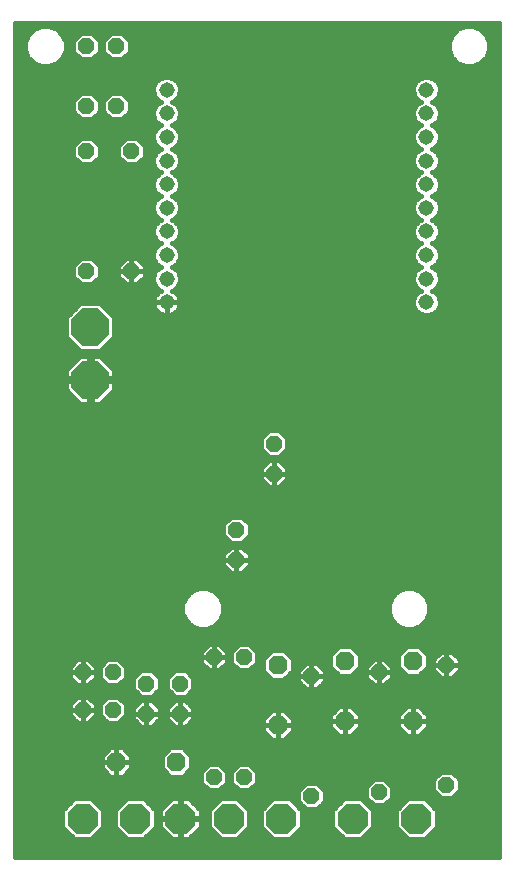
<source format=gbl>
G75*
%MOIN*%
%OFA0B0*%
%FSLAX25Y25*%
%IPPOS*%
%LPD*%
%AMOC8*
5,1,8,0,0,1.08239X$1,22.5*
%
%ADD10OC8,0.05200*%
%ADD11OC8,0.06300*%
%ADD12OC8,0.10000*%
%ADD13C,0.05150*%
%ADD14OC8,0.12500*%
%ADD15C,0.01600*%
D10*
X0029300Y0056800D03*
X0029300Y0069300D03*
X0039300Y0069300D03*
X0039300Y0056800D03*
X0050550Y0055550D03*
X0050550Y0065550D03*
X0061800Y0065550D03*
X0061800Y0055550D03*
X0073050Y0074300D03*
X0083050Y0074300D03*
X0080550Y0106800D03*
X0080550Y0116800D03*
X0093050Y0135550D03*
X0093050Y0145550D03*
X0105550Y0068050D03*
X0083050Y0034300D03*
X0073050Y0034300D03*
X0105550Y0028050D03*
X0128050Y0029300D03*
X0150550Y0031800D03*
X0128050Y0069300D03*
X0150550Y0071800D03*
X0045550Y0203050D03*
X0030550Y0203050D03*
X0030550Y0243050D03*
X0030550Y0258050D03*
X0040550Y0258050D03*
X0045550Y0243050D03*
X0040550Y0278050D03*
X0030550Y0278050D03*
D11*
X0094300Y0071800D03*
X0094300Y0051800D03*
X0116800Y0053050D03*
X0116800Y0073050D03*
X0139300Y0073050D03*
X0139300Y0053050D03*
X0060550Y0039300D03*
X0040550Y0039300D03*
D12*
X0046800Y0020550D03*
X0061800Y0020550D03*
X0078050Y0020550D03*
X0095550Y0020550D03*
X0119300Y0020550D03*
X0140550Y0020550D03*
X0029300Y0020550D03*
D13*
X0057243Y0192617D03*
X0057243Y0200491D03*
X0057243Y0208365D03*
X0057243Y0216239D03*
X0057243Y0224113D03*
X0057243Y0231987D03*
X0057243Y0239861D03*
X0057243Y0247735D03*
X0057243Y0255609D03*
X0057243Y0263483D03*
X0143857Y0263483D03*
X0143857Y0255609D03*
X0143857Y0247735D03*
X0143857Y0239861D03*
X0143857Y0231987D03*
X0143857Y0224113D03*
X0143857Y0216239D03*
X0143857Y0208365D03*
X0143857Y0200491D03*
X0143857Y0192617D03*
D14*
X0031800Y0184300D03*
X0031800Y0166800D03*
D15*
X0006600Y0285711D02*
X0006600Y0007850D01*
X0168201Y0007850D01*
X0168201Y0285711D01*
X0006600Y0285711D01*
X0006600Y0284760D02*
X0015312Y0284760D01*
X0015454Y0284818D02*
X0012966Y0283788D01*
X0011062Y0281884D01*
X0010031Y0279396D01*
X0010031Y0276704D01*
X0011062Y0274216D01*
X0012966Y0272312D01*
X0015454Y0271281D01*
X0018146Y0271281D01*
X0020634Y0272312D01*
X0022538Y0274216D01*
X0023568Y0276704D01*
X0023568Y0279396D01*
X0022538Y0281884D01*
X0020634Y0283788D01*
X0018146Y0284818D01*
X0015454Y0284818D01*
X0012339Y0283161D02*
X0006600Y0283161D01*
X0006600Y0281563D02*
X0010929Y0281563D01*
X0010267Y0279964D02*
X0006600Y0279964D01*
X0006600Y0278366D02*
X0010031Y0278366D01*
X0010031Y0276767D02*
X0006600Y0276767D01*
X0006600Y0275169D02*
X0010667Y0275169D01*
X0011708Y0273570D02*
X0006600Y0273570D01*
X0006600Y0271972D02*
X0013788Y0271972D01*
X0019812Y0271972D02*
X0155038Y0271972D01*
X0154216Y0272312D02*
X0156704Y0271281D01*
X0159396Y0271281D01*
X0161884Y0272312D01*
X0163788Y0274216D01*
X0164818Y0276704D01*
X0164818Y0279396D01*
X0163788Y0281884D01*
X0161884Y0283788D01*
X0159396Y0284818D01*
X0156704Y0284818D01*
X0154216Y0283788D01*
X0152312Y0281884D01*
X0151281Y0279396D01*
X0151281Y0276704D01*
X0152312Y0274216D01*
X0154216Y0272312D01*
X0152958Y0273570D02*
X0021892Y0273570D01*
X0022933Y0275169D02*
X0027209Y0275169D01*
X0026150Y0276227D02*
X0026150Y0279873D01*
X0028727Y0282450D01*
X0032373Y0282450D01*
X0034950Y0279873D01*
X0034950Y0276227D01*
X0032373Y0273650D01*
X0028727Y0273650D01*
X0026150Y0276227D01*
X0026150Y0276767D02*
X0023568Y0276767D01*
X0023568Y0278366D02*
X0026150Y0278366D01*
X0026242Y0279964D02*
X0023333Y0279964D01*
X0022671Y0281563D02*
X0027840Y0281563D01*
X0033260Y0281563D02*
X0037840Y0281563D01*
X0038727Y0282450D02*
X0036150Y0279873D01*
X0036150Y0276227D01*
X0038727Y0273650D01*
X0042373Y0273650D01*
X0044950Y0276227D01*
X0044950Y0279873D01*
X0042373Y0282450D01*
X0038727Y0282450D01*
X0036242Y0279964D02*
X0034858Y0279964D01*
X0034950Y0278366D02*
X0036150Y0278366D01*
X0036150Y0276767D02*
X0034950Y0276767D01*
X0033891Y0275169D02*
X0037209Y0275169D01*
X0043891Y0275169D02*
X0151917Y0275169D01*
X0151281Y0276767D02*
X0044950Y0276767D01*
X0044950Y0278366D02*
X0151281Y0278366D01*
X0151517Y0279964D02*
X0044858Y0279964D01*
X0043260Y0281563D02*
X0152179Y0281563D01*
X0153589Y0283161D02*
X0021261Y0283161D01*
X0018288Y0284760D02*
X0156562Y0284760D01*
X0159538Y0284760D02*
X0168201Y0284760D01*
X0168201Y0283161D02*
X0162511Y0283161D01*
X0163921Y0281563D02*
X0168201Y0281563D01*
X0168201Y0279964D02*
X0164583Y0279964D01*
X0164818Y0278366D02*
X0168201Y0278366D01*
X0168201Y0276767D02*
X0164818Y0276767D01*
X0164183Y0275169D02*
X0168201Y0275169D01*
X0168201Y0273570D02*
X0163142Y0273570D01*
X0161062Y0271972D02*
X0168201Y0271972D01*
X0168201Y0270373D02*
X0006600Y0270373D01*
X0006600Y0268775D02*
X0168201Y0268775D01*
X0168201Y0267176D02*
X0146351Y0267176D01*
X0146335Y0267192D02*
X0144727Y0267858D01*
X0142987Y0267858D01*
X0141379Y0267192D01*
X0140148Y0265961D01*
X0139482Y0264353D01*
X0139482Y0262613D01*
X0140148Y0261005D01*
X0141379Y0259774D01*
X0141930Y0259546D01*
X0141379Y0259318D01*
X0140148Y0258087D01*
X0139482Y0256479D01*
X0139482Y0254739D01*
X0140148Y0253131D01*
X0141379Y0251900D01*
X0141930Y0251672D01*
X0141379Y0251444D01*
X0140148Y0250213D01*
X0139482Y0248605D01*
X0139482Y0246865D01*
X0140148Y0245257D01*
X0141379Y0244026D01*
X0141930Y0243798D01*
X0141379Y0243570D01*
X0140148Y0242339D01*
X0139482Y0240731D01*
X0139482Y0238991D01*
X0140148Y0237383D01*
X0141379Y0236152D01*
X0141930Y0235924D01*
X0141379Y0235696D01*
X0140148Y0234465D01*
X0139482Y0232857D01*
X0139482Y0231117D01*
X0140148Y0229509D01*
X0141379Y0228278D01*
X0141930Y0228050D01*
X0141379Y0227822D01*
X0140148Y0226591D01*
X0139482Y0224983D01*
X0139482Y0223243D01*
X0140148Y0221635D01*
X0141379Y0220404D01*
X0141930Y0220176D01*
X0141379Y0219948D01*
X0140148Y0218717D01*
X0139482Y0217109D01*
X0139482Y0215369D01*
X0140148Y0213761D01*
X0141379Y0212530D01*
X0141930Y0212302D01*
X0141379Y0212074D01*
X0140148Y0210843D01*
X0139482Y0209235D01*
X0139482Y0207495D01*
X0140148Y0205887D01*
X0141379Y0204656D01*
X0141930Y0204428D01*
X0141379Y0204200D01*
X0140148Y0202969D01*
X0139482Y0201361D01*
X0139482Y0199621D01*
X0140148Y0198013D01*
X0141379Y0196782D01*
X0141930Y0196554D01*
X0141379Y0196326D01*
X0140148Y0195095D01*
X0139482Y0193487D01*
X0139482Y0191747D01*
X0140148Y0190139D01*
X0141379Y0188908D01*
X0142987Y0188242D01*
X0144727Y0188242D01*
X0146335Y0188908D01*
X0147566Y0190139D01*
X0148232Y0191747D01*
X0148232Y0193487D01*
X0147566Y0195095D01*
X0146335Y0196326D01*
X0145784Y0196554D01*
X0146335Y0196782D01*
X0147566Y0198013D01*
X0148232Y0199621D01*
X0148232Y0201361D01*
X0147566Y0202969D01*
X0146335Y0204200D01*
X0145784Y0204428D01*
X0146335Y0204656D01*
X0147566Y0205887D01*
X0148232Y0207495D01*
X0148232Y0209235D01*
X0147566Y0210843D01*
X0146335Y0212074D01*
X0145784Y0212302D01*
X0146335Y0212530D01*
X0147566Y0213761D01*
X0148232Y0215369D01*
X0148232Y0217109D01*
X0147566Y0218717D01*
X0146335Y0219948D01*
X0145784Y0220176D01*
X0146335Y0220404D01*
X0147566Y0221635D01*
X0148232Y0223243D01*
X0148232Y0224983D01*
X0147566Y0226591D01*
X0146335Y0227822D01*
X0145784Y0228050D01*
X0146335Y0228278D01*
X0147566Y0229509D01*
X0148232Y0231117D01*
X0148232Y0232857D01*
X0147566Y0234465D01*
X0146335Y0235696D01*
X0145784Y0235924D01*
X0146335Y0236152D01*
X0147566Y0237383D01*
X0148232Y0238991D01*
X0148232Y0240731D01*
X0147566Y0242339D01*
X0146335Y0243570D01*
X0145784Y0243798D01*
X0146335Y0244026D01*
X0147566Y0245257D01*
X0148232Y0246865D01*
X0148232Y0248605D01*
X0147566Y0250213D01*
X0146335Y0251444D01*
X0145784Y0251672D01*
X0146335Y0251900D01*
X0147566Y0253131D01*
X0148232Y0254739D01*
X0148232Y0256479D01*
X0147566Y0258087D01*
X0146335Y0259318D01*
X0145784Y0259546D01*
X0146335Y0259774D01*
X0147566Y0261005D01*
X0148232Y0262613D01*
X0148232Y0264353D01*
X0147566Y0265961D01*
X0146335Y0267192D01*
X0147725Y0265578D02*
X0168201Y0265578D01*
X0168201Y0263979D02*
X0148232Y0263979D01*
X0148136Y0262381D02*
X0168201Y0262381D01*
X0168201Y0260782D02*
X0147343Y0260782D01*
X0146470Y0259184D02*
X0168201Y0259184D01*
X0168201Y0257585D02*
X0147774Y0257585D01*
X0148232Y0255987D02*
X0168201Y0255987D01*
X0168201Y0254388D02*
X0148087Y0254388D01*
X0147224Y0252789D02*
X0168201Y0252789D01*
X0168201Y0251191D02*
X0146588Y0251191D01*
X0147823Y0249592D02*
X0168201Y0249592D01*
X0168201Y0247994D02*
X0148232Y0247994D01*
X0148037Y0246395D02*
X0168201Y0246395D01*
X0168201Y0244797D02*
X0147106Y0244797D01*
X0146707Y0243198D02*
X0168201Y0243198D01*
X0168201Y0241600D02*
X0147872Y0241600D01*
X0148232Y0240001D02*
X0168201Y0240001D01*
X0168201Y0238403D02*
X0147988Y0238403D01*
X0146987Y0236804D02*
X0168201Y0236804D01*
X0168201Y0235206D02*
X0146825Y0235206D01*
X0147921Y0233607D02*
X0168201Y0233607D01*
X0168201Y0232009D02*
X0148232Y0232009D01*
X0147939Y0230410D02*
X0168201Y0230410D01*
X0168201Y0228812D02*
X0146869Y0228812D01*
X0146944Y0227213D02*
X0168201Y0227213D01*
X0168201Y0225615D02*
X0147970Y0225615D01*
X0148232Y0224016D02*
X0168201Y0224016D01*
X0168201Y0222418D02*
X0147890Y0222418D01*
X0146750Y0220819D02*
X0168201Y0220819D01*
X0168201Y0219221D02*
X0147062Y0219221D01*
X0148019Y0217622D02*
X0168201Y0217622D01*
X0168201Y0216024D02*
X0148232Y0216024D01*
X0147841Y0214425D02*
X0168201Y0214425D01*
X0168201Y0212827D02*
X0146632Y0212827D01*
X0147181Y0211228D02*
X0168201Y0211228D01*
X0168201Y0209630D02*
X0148068Y0209630D01*
X0148232Y0208031D02*
X0168201Y0208031D01*
X0168201Y0206433D02*
X0147792Y0206433D01*
X0146513Y0204834D02*
X0168201Y0204834D01*
X0168201Y0203236D02*
X0147299Y0203236D01*
X0148118Y0201637D02*
X0168201Y0201637D01*
X0168201Y0200039D02*
X0148232Y0200039D01*
X0147743Y0198440D02*
X0168201Y0198440D01*
X0168201Y0196842D02*
X0146395Y0196842D01*
X0147418Y0195243D02*
X0168201Y0195243D01*
X0168201Y0193645D02*
X0148167Y0193645D01*
X0148232Y0192046D02*
X0168201Y0192046D01*
X0168201Y0190448D02*
X0147694Y0190448D01*
X0146192Y0188849D02*
X0168201Y0188849D01*
X0168201Y0187251D02*
X0039850Y0187251D01*
X0039850Y0187634D02*
X0035134Y0192350D01*
X0028466Y0192350D01*
X0023750Y0187634D01*
X0023750Y0180966D01*
X0028466Y0176250D01*
X0035134Y0176250D01*
X0039850Y0180966D01*
X0039850Y0187634D01*
X0038635Y0188849D02*
X0055001Y0188849D01*
X0054950Y0188875D02*
X0055564Y0188563D01*
X0056218Y0188350D01*
X0056899Y0188242D01*
X0057243Y0188242D01*
X0057587Y0188242D01*
X0058267Y0188350D01*
X0058922Y0188563D01*
X0059536Y0188875D01*
X0060093Y0189280D01*
X0060580Y0189767D01*
X0060985Y0190324D01*
X0061297Y0190938D01*
X0061510Y0191592D01*
X0061618Y0192273D01*
X0061618Y0192617D01*
X0061618Y0192961D01*
X0061510Y0193641D01*
X0061297Y0194296D01*
X0060985Y0194910D01*
X0060580Y0195467D01*
X0060093Y0195954D01*
X0059536Y0196359D01*
X0059160Y0196550D01*
X0059721Y0196782D01*
X0060952Y0198013D01*
X0061618Y0199621D01*
X0061618Y0201361D01*
X0060952Y0202969D01*
X0059721Y0204200D01*
X0059170Y0204428D01*
X0059721Y0204656D01*
X0060952Y0205887D01*
X0061618Y0207495D01*
X0061618Y0209235D01*
X0060952Y0210843D01*
X0059721Y0212074D01*
X0059170Y0212302D01*
X0059721Y0212530D01*
X0060952Y0213761D01*
X0061618Y0215369D01*
X0061618Y0217109D01*
X0060952Y0218717D01*
X0059721Y0219948D01*
X0059170Y0220176D01*
X0059721Y0220404D01*
X0060952Y0221635D01*
X0061618Y0223243D01*
X0061618Y0224983D01*
X0060952Y0226591D01*
X0059721Y0227822D01*
X0059170Y0228050D01*
X0059721Y0228278D01*
X0060952Y0229509D01*
X0061618Y0231117D01*
X0061618Y0232857D01*
X0060952Y0234465D01*
X0059721Y0235696D01*
X0059170Y0235924D01*
X0059721Y0236152D01*
X0060952Y0237383D01*
X0061618Y0238991D01*
X0061618Y0240731D01*
X0060952Y0242339D01*
X0059721Y0243570D01*
X0059170Y0243798D01*
X0059721Y0244026D01*
X0060952Y0245257D01*
X0061618Y0246865D01*
X0061618Y0248605D01*
X0060952Y0250213D01*
X0059721Y0251444D01*
X0059170Y0251672D01*
X0059721Y0251900D01*
X0060952Y0253131D01*
X0061618Y0254739D01*
X0061618Y0256479D01*
X0060952Y0258087D01*
X0059721Y0259318D01*
X0059170Y0259546D01*
X0059721Y0259774D01*
X0060952Y0261005D01*
X0061618Y0262613D01*
X0061618Y0264353D01*
X0060952Y0265961D01*
X0059721Y0267192D01*
X0058113Y0267858D01*
X0056373Y0267858D01*
X0054765Y0267192D01*
X0053534Y0265961D01*
X0052868Y0264353D01*
X0052868Y0262613D01*
X0053534Y0261005D01*
X0054765Y0259774D01*
X0055316Y0259546D01*
X0054765Y0259318D01*
X0053534Y0258087D01*
X0052868Y0256479D01*
X0052868Y0254739D01*
X0053534Y0253131D01*
X0054765Y0251900D01*
X0055316Y0251672D01*
X0054765Y0251444D01*
X0053534Y0250213D01*
X0052868Y0248605D01*
X0052868Y0246865D01*
X0053534Y0245257D01*
X0054765Y0244026D01*
X0055316Y0243798D01*
X0054765Y0243570D01*
X0053534Y0242339D01*
X0052868Y0240731D01*
X0052868Y0238991D01*
X0053534Y0237383D01*
X0054765Y0236152D01*
X0055316Y0235924D01*
X0054765Y0235696D01*
X0053534Y0234465D01*
X0052868Y0232857D01*
X0052868Y0231117D01*
X0053534Y0229509D01*
X0054765Y0228278D01*
X0055316Y0228050D01*
X0054765Y0227822D01*
X0053534Y0226591D01*
X0052868Y0224983D01*
X0052868Y0223243D01*
X0053534Y0221635D01*
X0054765Y0220404D01*
X0055316Y0220176D01*
X0054765Y0219948D01*
X0053534Y0218717D01*
X0052868Y0217109D01*
X0052868Y0215369D01*
X0053534Y0213761D01*
X0054765Y0212530D01*
X0055316Y0212302D01*
X0054765Y0212074D01*
X0053534Y0210843D01*
X0052868Y0209235D01*
X0052868Y0207495D01*
X0053534Y0205887D01*
X0054765Y0204656D01*
X0055316Y0204428D01*
X0054765Y0204200D01*
X0053534Y0202969D01*
X0052868Y0201361D01*
X0052868Y0199621D01*
X0053534Y0198013D01*
X0054765Y0196782D01*
X0055326Y0196550D01*
X0054950Y0196359D01*
X0054393Y0195954D01*
X0053906Y0195467D01*
X0053501Y0194910D01*
X0053189Y0194296D01*
X0052976Y0193641D01*
X0052868Y0192961D01*
X0052868Y0192617D01*
X0057243Y0192617D01*
X0061618Y0192617D01*
X0057243Y0192617D01*
X0057243Y0192617D01*
X0057243Y0188242D01*
X0057243Y0192617D01*
X0057243Y0192617D01*
X0057243Y0192617D01*
X0052868Y0192617D01*
X0052868Y0192273D01*
X0052976Y0191592D01*
X0053189Y0190938D01*
X0053501Y0190324D01*
X0053906Y0189767D01*
X0054393Y0189280D01*
X0054950Y0188875D01*
X0053438Y0190448D02*
X0037037Y0190448D01*
X0035438Y0192046D02*
X0052904Y0192046D01*
X0052977Y0193645D02*
X0006600Y0193645D01*
X0006600Y0195243D02*
X0053743Y0195243D01*
X0054705Y0196842D02*
X0006600Y0196842D01*
X0006600Y0198440D02*
X0053357Y0198440D01*
X0052868Y0200039D02*
X0048761Y0200039D01*
X0049950Y0201227D02*
X0047373Y0198650D01*
X0045550Y0198650D01*
X0045550Y0203050D01*
X0045550Y0203050D01*
X0045550Y0207450D01*
X0047373Y0207450D01*
X0049950Y0204873D01*
X0049950Y0203050D01*
X0045550Y0203050D01*
X0045550Y0203050D01*
X0045550Y0203050D01*
X0041150Y0203050D01*
X0041150Y0204873D01*
X0043727Y0207450D01*
X0045550Y0207450D01*
X0045550Y0203050D01*
X0049950Y0203050D01*
X0049950Y0201227D01*
X0049950Y0201637D02*
X0052982Y0201637D01*
X0053801Y0203236D02*
X0049950Y0203236D01*
X0049950Y0204834D02*
X0054587Y0204834D01*
X0053308Y0206433D02*
X0048390Y0206433D01*
X0045550Y0206433D02*
X0045550Y0206433D01*
X0045550Y0204834D02*
X0045550Y0204834D01*
X0045550Y0203236D02*
X0045550Y0203236D01*
X0045550Y0203050D02*
X0041150Y0203050D01*
X0041150Y0201227D01*
X0043727Y0198650D01*
X0045550Y0198650D01*
X0045550Y0203050D01*
X0045550Y0203050D01*
X0045550Y0201637D02*
X0045550Y0201637D01*
X0045550Y0200039D02*
X0045550Y0200039D01*
X0042339Y0200039D02*
X0033761Y0200039D01*
X0034950Y0201227D02*
X0032373Y0198650D01*
X0028727Y0198650D01*
X0026150Y0201227D01*
X0026150Y0204873D01*
X0028727Y0207450D01*
X0032373Y0207450D01*
X0034950Y0204873D01*
X0034950Y0201227D01*
X0034950Y0201637D02*
X0041150Y0201637D01*
X0041150Y0203236D02*
X0034950Y0203236D01*
X0034950Y0204834D02*
X0041150Y0204834D01*
X0042710Y0206433D02*
X0033390Y0206433D01*
X0027710Y0206433D02*
X0006600Y0206433D01*
X0006600Y0208031D02*
X0052868Y0208031D01*
X0053032Y0209630D02*
X0006600Y0209630D01*
X0006600Y0211228D02*
X0053919Y0211228D01*
X0054468Y0212827D02*
X0006600Y0212827D01*
X0006600Y0214425D02*
X0053259Y0214425D01*
X0052868Y0216024D02*
X0006600Y0216024D01*
X0006600Y0217622D02*
X0053081Y0217622D01*
X0054038Y0219221D02*
X0006600Y0219221D01*
X0006600Y0220819D02*
X0054350Y0220819D01*
X0053210Y0222418D02*
X0006600Y0222418D01*
X0006600Y0224016D02*
X0052868Y0224016D01*
X0053130Y0225615D02*
X0006600Y0225615D01*
X0006600Y0227213D02*
X0054156Y0227213D01*
X0054231Y0228812D02*
X0006600Y0228812D01*
X0006600Y0230410D02*
X0053161Y0230410D01*
X0052868Y0232009D02*
X0006600Y0232009D01*
X0006600Y0233607D02*
X0053179Y0233607D01*
X0054275Y0235206D02*
X0006600Y0235206D01*
X0006600Y0236804D02*
X0054113Y0236804D01*
X0053112Y0238403D02*
X0006600Y0238403D01*
X0006600Y0240001D02*
X0027376Y0240001D01*
X0026150Y0241227D02*
X0026150Y0244873D01*
X0028727Y0247450D01*
X0032373Y0247450D01*
X0034950Y0244873D01*
X0034950Y0241227D01*
X0032373Y0238650D01*
X0028727Y0238650D01*
X0026150Y0241227D01*
X0026150Y0241600D02*
X0006600Y0241600D01*
X0006600Y0243198D02*
X0026150Y0243198D01*
X0026150Y0244797D02*
X0006600Y0244797D01*
X0006600Y0246395D02*
X0027673Y0246395D01*
X0028727Y0253650D02*
X0032373Y0253650D01*
X0034950Y0256227D01*
X0034950Y0259873D01*
X0032373Y0262450D01*
X0028727Y0262450D01*
X0026150Y0259873D01*
X0026150Y0256227D01*
X0028727Y0253650D01*
X0027989Y0254388D02*
X0006600Y0254388D01*
X0006600Y0255987D02*
X0026391Y0255987D01*
X0026150Y0257585D02*
X0006600Y0257585D01*
X0006600Y0259184D02*
X0026150Y0259184D01*
X0027060Y0260782D02*
X0006600Y0260782D01*
X0006600Y0262381D02*
X0028658Y0262381D01*
X0032442Y0262381D02*
X0038658Y0262381D01*
X0038727Y0262450D02*
X0036150Y0259873D01*
X0036150Y0256227D01*
X0038727Y0253650D01*
X0042373Y0253650D01*
X0044950Y0256227D01*
X0044950Y0259873D01*
X0042373Y0262450D01*
X0038727Y0262450D01*
X0037060Y0260782D02*
X0034040Y0260782D01*
X0034950Y0259184D02*
X0036150Y0259184D01*
X0036150Y0257585D02*
X0034950Y0257585D01*
X0034709Y0255987D02*
X0036391Y0255987D01*
X0037989Y0254388D02*
X0033111Y0254388D01*
X0033427Y0246395D02*
X0042673Y0246395D01*
X0043727Y0247450D02*
X0041150Y0244873D01*
X0041150Y0241227D01*
X0043727Y0238650D01*
X0047373Y0238650D01*
X0049950Y0241227D01*
X0049950Y0244873D01*
X0047373Y0247450D01*
X0043727Y0247450D01*
X0041150Y0244797D02*
X0034950Y0244797D01*
X0034950Y0243198D02*
X0041150Y0243198D01*
X0041150Y0241600D02*
X0034950Y0241600D01*
X0033724Y0240001D02*
X0042376Y0240001D01*
X0048724Y0240001D02*
X0052868Y0240001D01*
X0053228Y0241600D02*
X0049950Y0241600D01*
X0049950Y0243198D02*
X0054393Y0243198D01*
X0053994Y0244797D02*
X0049950Y0244797D01*
X0048427Y0246395D02*
X0053063Y0246395D01*
X0052868Y0247994D02*
X0006600Y0247994D01*
X0006600Y0249592D02*
X0053277Y0249592D01*
X0054512Y0251191D02*
X0006600Y0251191D01*
X0006600Y0252789D02*
X0053876Y0252789D01*
X0053013Y0254388D02*
X0043111Y0254388D01*
X0044709Y0255987D02*
X0052868Y0255987D01*
X0053326Y0257585D02*
X0044950Y0257585D01*
X0044950Y0259184D02*
X0054630Y0259184D01*
X0053757Y0260782D02*
X0044040Y0260782D01*
X0042442Y0262381D02*
X0052964Y0262381D01*
X0052868Y0263979D02*
X0006600Y0263979D01*
X0006600Y0265578D02*
X0053375Y0265578D01*
X0054749Y0267176D02*
X0006600Y0267176D01*
X0006600Y0204834D02*
X0026150Y0204834D01*
X0026150Y0203236D02*
X0006600Y0203236D01*
X0006600Y0201637D02*
X0026150Y0201637D01*
X0027339Y0200039D02*
X0006600Y0200039D01*
X0006600Y0192046D02*
X0028162Y0192046D01*
X0026563Y0190448D02*
X0006600Y0190448D01*
X0006600Y0188849D02*
X0024965Y0188849D01*
X0023750Y0187251D02*
X0006600Y0187251D01*
X0006600Y0185652D02*
X0023750Y0185652D01*
X0023750Y0184053D02*
X0006600Y0184053D01*
X0006600Y0182455D02*
X0023750Y0182455D01*
X0023859Y0180856D02*
X0006600Y0180856D01*
X0006600Y0179258D02*
X0025458Y0179258D01*
X0027056Y0177659D02*
X0006600Y0177659D01*
X0006600Y0176061D02*
X0168201Y0176061D01*
X0168201Y0177659D02*
X0036544Y0177659D01*
X0038142Y0179258D02*
X0168201Y0179258D01*
X0168201Y0180856D02*
X0039741Y0180856D01*
X0039850Y0182455D02*
X0168201Y0182455D01*
X0168201Y0184053D02*
X0039850Y0184053D01*
X0039850Y0185652D02*
X0168201Y0185652D01*
X0168201Y0174462D02*
X0035522Y0174462D01*
X0035134Y0174850D02*
X0032300Y0174850D01*
X0032300Y0167300D01*
X0039850Y0167300D01*
X0039850Y0170134D01*
X0035134Y0174850D01*
X0032300Y0174462D02*
X0031300Y0174462D01*
X0031300Y0174850D02*
X0028466Y0174850D01*
X0023750Y0170134D01*
X0023750Y0167300D01*
X0031300Y0167300D01*
X0031300Y0174850D01*
X0031300Y0172864D02*
X0032300Y0172864D01*
X0032300Y0171265D02*
X0031300Y0171265D01*
X0031300Y0169667D02*
X0032300Y0169667D01*
X0032300Y0168068D02*
X0031300Y0168068D01*
X0031300Y0167300D02*
X0032300Y0167300D01*
X0032300Y0166300D01*
X0039850Y0166300D01*
X0039850Y0163466D01*
X0035134Y0158750D01*
X0032300Y0158750D01*
X0032300Y0166300D01*
X0031300Y0166300D01*
X0031300Y0158750D01*
X0028466Y0158750D01*
X0023750Y0163466D01*
X0023750Y0166300D01*
X0031300Y0166300D01*
X0031300Y0167300D01*
X0031300Y0166470D02*
X0006600Y0166470D01*
X0006600Y0168068D02*
X0023750Y0168068D01*
X0023750Y0169667D02*
X0006600Y0169667D01*
X0006600Y0171265D02*
X0024881Y0171265D01*
X0026480Y0172864D02*
X0006600Y0172864D01*
X0006600Y0174462D02*
X0028078Y0174462D01*
X0032300Y0166470D02*
X0168201Y0166470D01*
X0168201Y0168068D02*
X0039850Y0168068D01*
X0039850Y0169667D02*
X0168201Y0169667D01*
X0168201Y0171265D02*
X0038719Y0171265D01*
X0037120Y0172864D02*
X0168201Y0172864D01*
X0168201Y0164871D02*
X0039850Y0164871D01*
X0039657Y0163273D02*
X0168201Y0163273D01*
X0168201Y0161674D02*
X0038059Y0161674D01*
X0036460Y0160076D02*
X0168201Y0160076D01*
X0168201Y0158477D02*
X0006600Y0158477D01*
X0006600Y0156879D02*
X0168201Y0156879D01*
X0168201Y0155280D02*
X0006600Y0155280D01*
X0006600Y0153682D02*
X0168201Y0153682D01*
X0168201Y0152083D02*
X0006600Y0152083D01*
X0006600Y0150485D02*
X0168201Y0150485D01*
X0168201Y0148886D02*
X0095936Y0148886D01*
X0094873Y0149950D02*
X0091227Y0149950D01*
X0088650Y0147373D01*
X0088650Y0143727D01*
X0091227Y0141150D01*
X0094873Y0141150D01*
X0097450Y0143727D01*
X0097450Y0147373D01*
X0094873Y0149950D01*
X0097450Y0147288D02*
X0168201Y0147288D01*
X0168201Y0145689D02*
X0097450Y0145689D01*
X0097450Y0144091D02*
X0168201Y0144091D01*
X0168201Y0142492D02*
X0096215Y0142492D01*
X0094873Y0139950D02*
X0093050Y0139950D01*
X0093050Y0135550D01*
X0093050Y0135550D01*
X0097450Y0135550D01*
X0097450Y0137373D01*
X0094873Y0139950D01*
X0095527Y0139295D02*
X0168201Y0139295D01*
X0168201Y0137697D02*
X0097126Y0137697D01*
X0097450Y0136098D02*
X0168201Y0136098D01*
X0168201Y0134500D02*
X0097450Y0134500D01*
X0097450Y0133727D02*
X0097450Y0135550D01*
X0093050Y0135550D01*
X0093050Y0135550D01*
X0093050Y0135550D01*
X0088650Y0135550D01*
X0088650Y0137373D01*
X0091227Y0139950D01*
X0093050Y0139950D01*
X0093050Y0135550D01*
X0093050Y0131150D01*
X0094873Y0131150D01*
X0097450Y0133727D01*
X0096624Y0132901D02*
X0168201Y0132901D01*
X0168201Y0131303D02*
X0095025Y0131303D01*
X0093050Y0131303D02*
X0093050Y0131303D01*
X0093050Y0131150D02*
X0093050Y0135550D01*
X0093050Y0135550D01*
X0088650Y0135550D01*
X0088650Y0133727D01*
X0091227Y0131150D01*
X0093050Y0131150D01*
X0093050Y0132901D02*
X0093050Y0132901D01*
X0093050Y0134500D02*
X0093050Y0134500D01*
X0093050Y0136098D02*
X0093050Y0136098D01*
X0093050Y0137697D02*
X0093050Y0137697D01*
X0093050Y0139295D02*
X0093050Y0139295D01*
X0090573Y0139295D02*
X0006600Y0139295D01*
X0006600Y0137697D02*
X0088974Y0137697D01*
X0088650Y0136098D02*
X0006600Y0136098D01*
X0006600Y0134500D02*
X0088650Y0134500D01*
X0089476Y0132901D02*
X0006600Y0132901D01*
X0006600Y0131303D02*
X0091075Y0131303D01*
X0089885Y0142492D02*
X0006600Y0142492D01*
X0006600Y0140894D02*
X0168201Y0140894D01*
X0168201Y0129704D02*
X0006600Y0129704D01*
X0006600Y0128106D02*
X0168201Y0128106D01*
X0168201Y0126507D02*
X0006600Y0126507D01*
X0006600Y0124909D02*
X0168201Y0124909D01*
X0168201Y0123310D02*
X0006600Y0123310D01*
X0006600Y0121712D02*
X0168201Y0121712D01*
X0168201Y0120113D02*
X0083459Y0120113D01*
X0082373Y0121200D02*
X0084950Y0118623D01*
X0084950Y0114977D01*
X0082373Y0112400D01*
X0078727Y0112400D01*
X0076150Y0114977D01*
X0076150Y0118623D01*
X0078727Y0121200D01*
X0082373Y0121200D01*
X0084950Y0118515D02*
X0168201Y0118515D01*
X0168201Y0116916D02*
X0084950Y0116916D01*
X0084950Y0115318D02*
X0168201Y0115318D01*
X0168201Y0113719D02*
X0083692Y0113719D01*
X0082373Y0111200D02*
X0084950Y0108623D01*
X0084950Y0106800D01*
X0080550Y0106800D01*
X0080550Y0106800D01*
X0080550Y0111200D01*
X0082373Y0111200D01*
X0083051Y0110522D02*
X0168201Y0110522D01*
X0168201Y0112120D02*
X0006600Y0112120D01*
X0006600Y0110522D02*
X0078049Y0110522D01*
X0078727Y0111200D02*
X0076150Y0108623D01*
X0076150Y0106800D01*
X0080550Y0106800D01*
X0080550Y0106800D01*
X0080550Y0106800D01*
X0080550Y0111200D01*
X0078727Y0111200D01*
X0080550Y0110522D02*
X0080550Y0110522D01*
X0080550Y0108923D02*
X0080550Y0108923D01*
X0080550Y0107325D02*
X0080550Y0107325D01*
X0080550Y0106800D02*
X0076150Y0106800D01*
X0076150Y0104977D01*
X0078727Y0102400D01*
X0080550Y0102400D01*
X0082373Y0102400D01*
X0084950Y0104977D01*
X0084950Y0106800D01*
X0080550Y0106800D01*
X0080550Y0102400D01*
X0080550Y0106800D01*
X0080550Y0106800D01*
X0080550Y0105726D02*
X0080550Y0105726D01*
X0080550Y0104128D02*
X0080550Y0104128D01*
X0080550Y0102529D02*
X0080550Y0102529D01*
X0082502Y0102529D02*
X0168201Y0102529D01*
X0168201Y0100931D02*
X0006600Y0100931D01*
X0006600Y0102529D02*
X0078598Y0102529D01*
X0077000Y0104128D02*
X0006600Y0104128D01*
X0006600Y0105726D02*
X0076150Y0105726D01*
X0076150Y0107325D02*
X0006600Y0107325D01*
X0006600Y0108923D02*
X0076451Y0108923D01*
X0077408Y0113719D02*
X0006600Y0113719D01*
X0006600Y0115318D02*
X0076150Y0115318D01*
X0076150Y0116916D02*
X0006600Y0116916D01*
X0006600Y0118515D02*
X0076150Y0118515D01*
X0077641Y0120113D02*
X0006600Y0120113D01*
X0006600Y0099332D02*
X0168201Y0099332D01*
X0168201Y0097734D02*
X0006600Y0097734D01*
X0006600Y0096135D02*
X0065313Y0096135D01*
X0065466Y0096288D02*
X0063562Y0094384D01*
X0062531Y0091896D01*
X0062531Y0089204D01*
X0063562Y0086716D01*
X0065466Y0084812D01*
X0067954Y0083781D01*
X0070646Y0083781D01*
X0073134Y0084812D01*
X0075038Y0086716D01*
X0076068Y0089204D01*
X0076068Y0091896D01*
X0075038Y0094384D01*
X0073134Y0096288D01*
X0070646Y0097318D01*
X0067954Y0097318D01*
X0065466Y0096288D01*
X0063715Y0094537D02*
X0006600Y0094537D01*
X0006600Y0092938D02*
X0062963Y0092938D01*
X0062531Y0091340D02*
X0006600Y0091340D01*
X0006600Y0089741D02*
X0062531Y0089741D01*
X0062971Y0088143D02*
X0006600Y0088143D01*
X0006600Y0086544D02*
X0063734Y0086544D01*
X0065332Y0084946D02*
X0006600Y0084946D01*
X0006600Y0083347D02*
X0168201Y0083347D01*
X0168201Y0081749D02*
X0006600Y0081749D01*
X0006600Y0080150D02*
X0168201Y0080150D01*
X0168201Y0078552D02*
X0085021Y0078552D01*
X0084873Y0078700D02*
X0081227Y0078700D01*
X0078650Y0076123D01*
X0078650Y0072477D01*
X0081227Y0069900D01*
X0084873Y0069900D01*
X0087450Y0072477D01*
X0087450Y0076123D01*
X0084873Y0078700D01*
X0086619Y0076953D02*
X0113703Y0076953D01*
X0114750Y0078000D02*
X0111850Y0075100D01*
X0111850Y0071000D01*
X0114750Y0068100D01*
X0118850Y0068100D01*
X0121750Y0071000D01*
X0121750Y0075100D01*
X0118850Y0078000D01*
X0114750Y0078000D01*
X0112104Y0075355D02*
X0097746Y0075355D01*
X0096350Y0076750D02*
X0092250Y0076750D01*
X0089350Y0073850D01*
X0089350Y0069750D01*
X0092250Y0066850D01*
X0096350Y0066850D01*
X0099250Y0069750D01*
X0099250Y0073850D01*
X0096350Y0076750D01*
X0099250Y0073756D02*
X0111850Y0073756D01*
X0111850Y0072158D02*
X0107665Y0072158D01*
X0107373Y0072450D02*
X0109950Y0069873D01*
X0109950Y0068050D01*
X0105550Y0068050D01*
X0105550Y0068050D01*
X0105550Y0072450D01*
X0107373Y0072450D01*
X0105550Y0072450D02*
X0105550Y0068050D01*
X0105550Y0068050D01*
X0105550Y0068050D01*
X0101150Y0068050D01*
X0101150Y0069873D01*
X0103727Y0072450D01*
X0105550Y0072450D01*
X0105550Y0072158D02*
X0105550Y0072158D01*
X0105550Y0070559D02*
X0105550Y0070559D01*
X0105550Y0068961D02*
X0105550Y0068961D01*
X0105550Y0068050D02*
X0101150Y0068050D01*
X0101150Y0066227D01*
X0103727Y0063650D01*
X0105550Y0063650D01*
X0107373Y0063650D01*
X0109950Y0066227D01*
X0109950Y0068050D01*
X0105550Y0068050D01*
X0105550Y0063650D01*
X0105550Y0068050D01*
X0105550Y0068050D01*
X0105550Y0067362D02*
X0105550Y0067362D01*
X0105550Y0065764D02*
X0105550Y0065764D01*
X0105550Y0064165D02*
X0105550Y0064165D01*
X0103212Y0064165D02*
X0066200Y0064165D01*
X0066200Y0063727D02*
X0063623Y0061150D01*
X0059977Y0061150D01*
X0057400Y0063727D01*
X0057400Y0067373D01*
X0059977Y0069950D01*
X0063623Y0069950D01*
X0066200Y0067373D01*
X0066200Y0063727D01*
X0065039Y0062567D02*
X0168201Y0062567D01*
X0168201Y0064165D02*
X0107888Y0064165D01*
X0109486Y0065764D02*
X0125364Y0065764D01*
X0126227Y0064900D02*
X0123650Y0067477D01*
X0123650Y0069300D01*
X0128050Y0069300D01*
X0128050Y0069300D01*
X0128050Y0073700D01*
X0129873Y0073700D01*
X0132450Y0071123D01*
X0132450Y0069300D01*
X0128050Y0069300D01*
X0128050Y0069300D01*
X0128050Y0069300D01*
X0128050Y0073700D01*
X0126227Y0073700D01*
X0123650Y0071123D01*
X0123650Y0069300D01*
X0128050Y0069300D01*
X0132450Y0069300D01*
X0132450Y0067477D01*
X0129873Y0064900D01*
X0128050Y0064900D01*
X0128050Y0069300D01*
X0128050Y0069300D01*
X0128050Y0064900D01*
X0126227Y0064900D01*
X0128050Y0065764D02*
X0128050Y0065764D01*
X0128050Y0067362D02*
X0128050Y0067362D01*
X0128050Y0068961D02*
X0128050Y0068961D01*
X0128050Y0070559D02*
X0128050Y0070559D01*
X0128050Y0072158D02*
X0128050Y0072158D01*
X0131415Y0072158D02*
X0134350Y0072158D01*
X0134350Y0071000D02*
X0137250Y0068100D01*
X0141350Y0068100D01*
X0144250Y0071000D01*
X0144250Y0075100D01*
X0141350Y0078000D01*
X0137250Y0078000D01*
X0134350Y0075100D01*
X0134350Y0071000D01*
X0134790Y0070559D02*
X0132450Y0070559D01*
X0132450Y0068961D02*
X0136389Y0068961D01*
X0132335Y0067362D02*
X0168201Y0067362D01*
X0168201Y0065764D02*
X0130736Y0065764D01*
X0134350Y0073756D02*
X0121750Y0073756D01*
X0121750Y0072158D02*
X0124685Y0072158D01*
X0123650Y0070559D02*
X0121310Y0070559D01*
X0119711Y0068961D02*
X0123650Y0068961D01*
X0123765Y0067362D02*
X0109950Y0067362D01*
X0109950Y0068961D02*
X0113889Y0068961D01*
X0112290Y0070559D02*
X0109263Y0070559D01*
X0103435Y0072158D02*
X0099250Y0072158D01*
X0099250Y0070559D02*
X0101837Y0070559D01*
X0101150Y0068961D02*
X0098461Y0068961D01*
X0096863Y0067362D02*
X0101150Y0067362D01*
X0101614Y0065764D02*
X0066200Y0065764D01*
X0066200Y0067362D02*
X0091737Y0067362D01*
X0090139Y0068961D02*
X0064612Y0068961D01*
X0068650Y0072477D02*
X0068650Y0074300D01*
X0073050Y0074300D01*
X0073050Y0074300D01*
X0073050Y0078700D01*
X0074873Y0078700D01*
X0077450Y0076123D01*
X0077450Y0074300D01*
X0073050Y0074300D01*
X0073050Y0074300D01*
X0073050Y0074300D01*
X0073050Y0078700D01*
X0071227Y0078700D01*
X0068650Y0076123D01*
X0068650Y0074300D01*
X0073050Y0074300D01*
X0077450Y0074300D01*
X0077450Y0072477D01*
X0074873Y0069900D01*
X0073050Y0069900D01*
X0073050Y0074300D01*
X0073050Y0074300D01*
X0073050Y0069900D01*
X0071227Y0069900D01*
X0068650Y0072477D01*
X0068970Y0072158D02*
X0042665Y0072158D01*
X0043700Y0071123D02*
X0041123Y0073700D01*
X0037477Y0073700D01*
X0034900Y0071123D01*
X0034900Y0067477D01*
X0037477Y0064900D01*
X0041123Y0064900D01*
X0043700Y0067477D01*
X0043700Y0071123D01*
X0043700Y0070559D02*
X0070568Y0070559D01*
X0073050Y0070559D02*
X0073050Y0070559D01*
X0073050Y0072158D02*
X0073050Y0072158D01*
X0073050Y0073756D02*
X0073050Y0073756D01*
X0073050Y0075355D02*
X0073050Y0075355D01*
X0073050Y0076953D02*
X0073050Y0076953D01*
X0073050Y0078552D02*
X0073050Y0078552D01*
X0075021Y0078552D02*
X0081079Y0078552D01*
X0079481Y0076953D02*
X0076619Y0076953D01*
X0077450Y0075355D02*
X0078650Y0075355D01*
X0078650Y0073756D02*
X0077450Y0073756D01*
X0077130Y0072158D02*
X0078970Y0072158D01*
X0080568Y0070559D02*
X0075532Y0070559D01*
X0071079Y0078552D02*
X0006600Y0078552D01*
X0006600Y0076953D02*
X0069481Y0076953D01*
X0068650Y0075355D02*
X0006600Y0075355D01*
X0006600Y0073756D02*
X0068650Y0073756D01*
X0073268Y0084946D02*
X0134082Y0084946D01*
X0134216Y0084812D02*
X0136704Y0083781D01*
X0139396Y0083781D01*
X0141884Y0084812D01*
X0143788Y0086716D01*
X0144818Y0089204D01*
X0144818Y0091896D01*
X0143788Y0094384D01*
X0141884Y0096288D01*
X0139396Y0097318D01*
X0136704Y0097318D01*
X0134216Y0096288D01*
X0132312Y0094384D01*
X0131281Y0091896D01*
X0131281Y0089204D01*
X0132312Y0086716D01*
X0134216Y0084812D01*
X0132484Y0086544D02*
X0074866Y0086544D01*
X0075629Y0088143D02*
X0131721Y0088143D01*
X0131281Y0089741D02*
X0076068Y0089741D01*
X0076068Y0091340D02*
X0131281Y0091340D01*
X0131713Y0092938D02*
X0075637Y0092938D01*
X0074885Y0094537D02*
X0132465Y0094537D01*
X0134063Y0096135D02*
X0073287Y0096135D01*
X0084100Y0104128D02*
X0168201Y0104128D01*
X0168201Y0105726D02*
X0084950Y0105726D01*
X0084950Y0107325D02*
X0168201Y0107325D01*
X0168201Y0108923D02*
X0084649Y0108923D01*
X0087450Y0075355D02*
X0090854Y0075355D01*
X0089350Y0073756D02*
X0087450Y0073756D01*
X0087130Y0072158D02*
X0089350Y0072158D01*
X0089350Y0070559D02*
X0085532Y0070559D01*
X0092250Y0056750D02*
X0089350Y0053850D01*
X0089350Y0051800D01*
X0094300Y0051800D01*
X0094300Y0051800D01*
X0094300Y0056750D01*
X0096350Y0056750D01*
X0099250Y0053850D01*
X0099250Y0051800D01*
X0094300Y0051800D01*
X0094300Y0051800D01*
X0094300Y0051800D01*
X0094300Y0056750D01*
X0092250Y0056750D01*
X0091672Y0056173D02*
X0066200Y0056173D01*
X0066200Y0055550D02*
X0066200Y0057373D01*
X0063623Y0059950D01*
X0061800Y0059950D01*
X0061800Y0055550D01*
X0061800Y0055550D01*
X0066200Y0055550D01*
X0061800Y0055550D01*
X0061800Y0055550D01*
X0061800Y0055550D01*
X0057400Y0055550D01*
X0057400Y0057373D01*
X0059977Y0059950D01*
X0061800Y0059950D01*
X0061800Y0055550D01*
X0061800Y0051150D01*
X0063623Y0051150D01*
X0066200Y0053727D01*
X0066200Y0055550D01*
X0066200Y0054574D02*
X0090074Y0054574D01*
X0089350Y0052976D02*
X0065448Y0052976D01*
X0063850Y0051377D02*
X0089350Y0051377D01*
X0089350Y0051800D02*
X0089350Y0049750D01*
X0092250Y0046850D01*
X0094300Y0046850D01*
X0096350Y0046850D01*
X0099250Y0049750D01*
X0099250Y0051800D01*
X0094300Y0051800D01*
X0094300Y0046850D01*
X0094300Y0051800D01*
X0094300Y0051800D01*
X0089350Y0051800D01*
X0089350Y0049779D02*
X0006600Y0049779D01*
X0006600Y0051377D02*
X0048500Y0051377D01*
X0048727Y0051150D02*
X0046150Y0053727D01*
X0046150Y0055550D01*
X0050550Y0055550D01*
X0050550Y0055550D01*
X0050550Y0059950D01*
X0052373Y0059950D01*
X0054950Y0057373D01*
X0054950Y0055550D01*
X0050550Y0055550D01*
X0050550Y0055550D01*
X0050550Y0055550D01*
X0050550Y0059950D01*
X0048727Y0059950D01*
X0046150Y0057373D01*
X0046150Y0055550D01*
X0050550Y0055550D01*
X0054950Y0055550D01*
X0054950Y0053727D01*
X0052373Y0051150D01*
X0050550Y0051150D01*
X0050550Y0055550D01*
X0050550Y0055550D01*
X0050550Y0051150D01*
X0048727Y0051150D01*
X0050550Y0051377D02*
X0050550Y0051377D01*
X0050550Y0052976D02*
X0050550Y0052976D01*
X0050550Y0054574D02*
X0050550Y0054574D01*
X0050550Y0056173D02*
X0050550Y0056173D01*
X0050550Y0057771D02*
X0050550Y0057771D01*
X0050550Y0059370D02*
X0050550Y0059370D01*
X0048147Y0059370D02*
X0042953Y0059370D01*
X0043700Y0058623D02*
X0041123Y0061200D01*
X0037477Y0061200D01*
X0034900Y0058623D01*
X0034900Y0054977D01*
X0037477Y0052400D01*
X0041123Y0052400D01*
X0043700Y0054977D01*
X0043700Y0058623D01*
X0043700Y0057771D02*
X0046549Y0057771D01*
X0046150Y0056173D02*
X0043700Y0056173D01*
X0043297Y0054574D02*
X0046150Y0054574D01*
X0046902Y0052976D02*
X0041698Y0052976D01*
X0041354Y0060968D02*
X0168201Y0060968D01*
X0168201Y0059370D02*
X0064203Y0059370D01*
X0065801Y0057771D02*
X0114521Y0057771D01*
X0114750Y0058000D02*
X0111850Y0055100D01*
X0111850Y0053050D01*
X0116800Y0053050D01*
X0116800Y0053050D01*
X0116800Y0058000D01*
X0118850Y0058000D01*
X0121750Y0055100D01*
X0121750Y0053050D01*
X0116800Y0053050D01*
X0116800Y0053050D01*
X0116800Y0053050D01*
X0116800Y0058000D01*
X0114750Y0058000D01*
X0116800Y0057771D02*
X0116800Y0057771D01*
X0116800Y0056173D02*
X0116800Y0056173D01*
X0116800Y0054574D02*
X0116800Y0054574D01*
X0116800Y0053050D02*
X0111850Y0053050D01*
X0111850Y0051000D01*
X0114750Y0048100D01*
X0116800Y0048100D01*
X0118850Y0048100D01*
X0121750Y0051000D01*
X0121750Y0053050D01*
X0116800Y0053050D01*
X0116800Y0048100D01*
X0116800Y0053050D01*
X0116800Y0053050D01*
X0116800Y0052976D02*
X0116800Y0052976D01*
X0116800Y0051377D02*
X0116800Y0051377D01*
X0116800Y0049779D02*
X0116800Y0049779D01*
X0116800Y0048180D02*
X0116800Y0048180D01*
X0118930Y0048180D02*
X0137170Y0048180D01*
X0137250Y0048100D02*
X0134350Y0051000D01*
X0134350Y0053050D01*
X0139300Y0053050D01*
X0139300Y0053050D01*
X0139300Y0058000D01*
X0141350Y0058000D01*
X0144250Y0055100D01*
X0144250Y0053050D01*
X0139300Y0053050D01*
X0139300Y0053050D01*
X0139300Y0053050D01*
X0139300Y0058000D01*
X0137250Y0058000D01*
X0134350Y0055100D01*
X0134350Y0053050D01*
X0139300Y0053050D01*
X0144250Y0053050D01*
X0144250Y0051000D01*
X0141350Y0048100D01*
X0139300Y0048100D01*
X0139300Y0053050D01*
X0139300Y0053050D01*
X0139300Y0048100D01*
X0137250Y0048100D01*
X0135571Y0049779D02*
X0120529Y0049779D01*
X0121750Y0051377D02*
X0134350Y0051377D01*
X0134350Y0052976D02*
X0121750Y0052976D01*
X0121750Y0054574D02*
X0134350Y0054574D01*
X0135422Y0056173D02*
X0120678Y0056173D01*
X0119079Y0057771D02*
X0137021Y0057771D01*
X0139300Y0057771D02*
X0139300Y0057771D01*
X0139300Y0056173D02*
X0139300Y0056173D01*
X0139300Y0054574D02*
X0139300Y0054574D01*
X0139300Y0052976D02*
X0139300Y0052976D01*
X0139300Y0051377D02*
X0139300Y0051377D01*
X0139300Y0049779D02*
X0139300Y0049779D01*
X0139300Y0048180D02*
X0139300Y0048180D01*
X0141430Y0048180D02*
X0168201Y0048180D01*
X0168201Y0046582D02*
X0006600Y0046582D01*
X0006600Y0048180D02*
X0090920Y0048180D01*
X0094300Y0048180D02*
X0094300Y0048180D01*
X0094300Y0049779D02*
X0094300Y0049779D01*
X0094300Y0051377D02*
X0094300Y0051377D01*
X0094300Y0052976D02*
X0094300Y0052976D01*
X0094300Y0054574D02*
X0094300Y0054574D01*
X0094300Y0056173D02*
X0094300Y0056173D01*
X0096928Y0056173D02*
X0112922Y0056173D01*
X0111850Y0054574D02*
X0098526Y0054574D01*
X0099250Y0052976D02*
X0111850Y0052976D01*
X0111850Y0051377D02*
X0099250Y0051377D01*
X0099250Y0049779D02*
X0113071Y0049779D01*
X0114670Y0048180D02*
X0097680Y0048180D01*
X0103727Y0032450D02*
X0101150Y0029873D01*
X0101150Y0026227D01*
X0103727Y0023650D01*
X0107373Y0023650D01*
X0109950Y0026227D01*
X0109950Y0029873D01*
X0107373Y0032450D01*
X0103727Y0032450D01*
X0103472Y0032195D02*
X0087167Y0032195D01*
X0087450Y0032477D02*
X0084873Y0029900D01*
X0081227Y0029900D01*
X0078650Y0032477D01*
X0078650Y0036123D01*
X0081227Y0038700D01*
X0084873Y0038700D01*
X0087450Y0036123D01*
X0087450Y0032477D01*
X0087450Y0033793D02*
X0146321Y0033793D01*
X0146150Y0033623D02*
X0146150Y0029977D01*
X0148727Y0027400D01*
X0152373Y0027400D01*
X0154950Y0029977D01*
X0154950Y0033623D01*
X0152373Y0036200D01*
X0148727Y0036200D01*
X0146150Y0033623D01*
X0146150Y0032195D02*
X0131378Y0032195D01*
X0132450Y0031123D02*
X0129873Y0033700D01*
X0126227Y0033700D01*
X0123650Y0031123D01*
X0123650Y0027477D01*
X0126227Y0024900D01*
X0129873Y0024900D01*
X0132450Y0027477D01*
X0132450Y0031123D01*
X0132450Y0030596D02*
X0146150Y0030596D01*
X0147130Y0028998D02*
X0132450Y0028998D01*
X0132372Y0027399D02*
X0168201Y0027399D01*
X0168201Y0025801D02*
X0144916Y0025801D01*
X0143367Y0027350D02*
X0137733Y0027350D01*
X0133750Y0023367D01*
X0133750Y0017733D01*
X0137733Y0013750D01*
X0143367Y0013750D01*
X0147350Y0017733D01*
X0147350Y0023367D01*
X0143367Y0027350D01*
X0146514Y0024202D02*
X0168201Y0024202D01*
X0168201Y0022604D02*
X0147350Y0022604D01*
X0147350Y0021005D02*
X0168201Y0021005D01*
X0168201Y0019407D02*
X0147350Y0019407D01*
X0147350Y0017808D02*
X0168201Y0017808D01*
X0168201Y0016210D02*
X0145826Y0016210D01*
X0144228Y0014611D02*
X0168201Y0014611D01*
X0168201Y0013013D02*
X0006600Y0013013D01*
X0006600Y0014611D02*
X0025622Y0014611D01*
X0026483Y0013750D02*
X0032117Y0013750D01*
X0036100Y0017733D01*
X0036100Y0023367D01*
X0032117Y0027350D01*
X0026483Y0027350D01*
X0022500Y0023367D01*
X0022500Y0017733D01*
X0026483Y0013750D01*
X0024024Y0016210D02*
X0006600Y0016210D01*
X0006600Y0017808D02*
X0022500Y0017808D01*
X0022500Y0019407D02*
X0006600Y0019407D01*
X0006600Y0021005D02*
X0022500Y0021005D01*
X0022500Y0022604D02*
X0006600Y0022604D01*
X0006600Y0024202D02*
X0023336Y0024202D01*
X0024934Y0025801D02*
X0006600Y0025801D01*
X0006600Y0027399D02*
X0101150Y0027399D01*
X0101150Y0028998D02*
X0006600Y0028998D01*
X0006600Y0030596D02*
X0070531Y0030596D01*
X0071227Y0029900D02*
X0074873Y0029900D01*
X0077450Y0032477D01*
X0077450Y0036123D01*
X0074873Y0038700D01*
X0071227Y0038700D01*
X0068650Y0036123D01*
X0068650Y0032477D01*
X0071227Y0029900D01*
X0068933Y0032195D02*
X0006600Y0032195D01*
X0006600Y0033793D02*
X0068650Y0033793D01*
X0068650Y0035392D02*
X0063642Y0035392D01*
X0062600Y0034350D02*
X0065500Y0037250D01*
X0065500Y0041350D01*
X0062600Y0044250D01*
X0058500Y0044250D01*
X0055600Y0041350D01*
X0055600Y0037250D01*
X0058500Y0034350D01*
X0062600Y0034350D01*
X0065241Y0036990D02*
X0069518Y0036990D01*
X0071116Y0038589D02*
X0065500Y0038589D01*
X0065500Y0040187D02*
X0168201Y0040187D01*
X0168201Y0038589D02*
X0084984Y0038589D01*
X0086582Y0036990D02*
X0168201Y0036990D01*
X0168201Y0035392D02*
X0153181Y0035392D01*
X0154779Y0033793D02*
X0168201Y0033793D01*
X0168201Y0032195D02*
X0154950Y0032195D01*
X0154950Y0030596D02*
X0168201Y0030596D01*
X0168201Y0028998D02*
X0153970Y0028998D01*
X0147919Y0035392D02*
X0087450Y0035392D01*
X0085569Y0030596D02*
X0101874Y0030596D01*
X0098367Y0027350D02*
X0092733Y0027350D01*
X0088750Y0023367D01*
X0088750Y0017733D01*
X0092733Y0013750D01*
X0098367Y0013750D01*
X0102350Y0017733D01*
X0102350Y0023367D01*
X0098367Y0027350D01*
X0099916Y0025801D02*
X0101577Y0025801D01*
X0101514Y0024202D02*
X0103175Y0024202D01*
X0102350Y0022604D02*
X0112500Y0022604D01*
X0112500Y0023367D02*
X0112500Y0017733D01*
X0116483Y0013750D01*
X0122117Y0013750D01*
X0126100Y0017733D01*
X0126100Y0023367D01*
X0122117Y0027350D01*
X0116483Y0027350D01*
X0112500Y0023367D01*
X0113336Y0024202D02*
X0107925Y0024202D01*
X0109523Y0025801D02*
X0114934Y0025801D01*
X0112500Y0021005D02*
X0102350Y0021005D01*
X0102350Y0019407D02*
X0112500Y0019407D01*
X0112500Y0017808D02*
X0102350Y0017808D01*
X0100826Y0016210D02*
X0114024Y0016210D01*
X0115622Y0014611D02*
X0099228Y0014611D01*
X0091872Y0014611D02*
X0081728Y0014611D01*
X0080867Y0013750D02*
X0084850Y0017733D01*
X0084850Y0023367D01*
X0080867Y0027350D01*
X0075233Y0027350D01*
X0071250Y0023367D01*
X0071250Y0017733D01*
X0075233Y0013750D01*
X0080867Y0013750D01*
X0083326Y0016210D02*
X0090274Y0016210D01*
X0088750Y0017808D02*
X0084850Y0017808D01*
X0084850Y0019407D02*
X0088750Y0019407D01*
X0088750Y0021005D02*
X0084850Y0021005D01*
X0084850Y0022604D02*
X0088750Y0022604D01*
X0089586Y0024202D02*
X0084014Y0024202D01*
X0082416Y0025801D02*
X0091184Y0025801D01*
X0081116Y0038589D02*
X0074984Y0038589D01*
X0076582Y0036990D02*
X0079518Y0036990D01*
X0078650Y0035392D02*
X0077450Y0035392D01*
X0077450Y0033793D02*
X0078650Y0033793D01*
X0078933Y0032195D02*
X0077167Y0032195D01*
X0075569Y0030596D02*
X0080531Y0030596D01*
X0073684Y0025801D02*
X0066166Y0025801D01*
X0064617Y0027350D02*
X0061900Y0027350D01*
X0061900Y0020650D01*
X0068600Y0020650D01*
X0068600Y0023367D01*
X0064617Y0027350D01*
X0061700Y0027350D02*
X0058983Y0027350D01*
X0055000Y0023367D01*
X0055000Y0020650D01*
X0061700Y0020650D01*
X0061700Y0027350D01*
X0061700Y0025801D02*
X0061900Y0025801D01*
X0061900Y0024202D02*
X0061700Y0024202D01*
X0061700Y0022604D02*
X0061900Y0022604D01*
X0061900Y0021005D02*
X0061700Y0021005D01*
X0061700Y0020650D02*
X0061900Y0020650D01*
X0061900Y0020450D01*
X0068600Y0020450D01*
X0068600Y0017733D01*
X0064617Y0013750D01*
X0061900Y0013750D01*
X0061900Y0020450D01*
X0061700Y0020450D01*
X0061700Y0013750D01*
X0058983Y0013750D01*
X0055000Y0017733D01*
X0055000Y0020450D01*
X0061700Y0020450D01*
X0061700Y0020650D01*
X0061700Y0019407D02*
X0061900Y0019407D01*
X0061900Y0017808D02*
X0061700Y0017808D01*
X0061700Y0016210D02*
X0061900Y0016210D01*
X0061900Y0014611D02*
X0061700Y0014611D01*
X0058122Y0014611D02*
X0050478Y0014611D01*
X0049617Y0013750D02*
X0053600Y0017733D01*
X0053600Y0023367D01*
X0049617Y0027350D01*
X0043983Y0027350D01*
X0040000Y0023367D01*
X0040000Y0017733D01*
X0043983Y0013750D01*
X0049617Y0013750D01*
X0052076Y0016210D02*
X0056524Y0016210D01*
X0055000Y0017808D02*
X0053600Y0017808D01*
X0053600Y0019407D02*
X0055000Y0019407D01*
X0055000Y0021005D02*
X0053600Y0021005D01*
X0053600Y0022604D02*
X0055000Y0022604D01*
X0055836Y0024202D02*
X0052764Y0024202D01*
X0051166Y0025801D02*
X0057434Y0025801D01*
X0057458Y0035392D02*
X0043642Y0035392D01*
X0042600Y0034350D02*
X0040550Y0034350D01*
X0040550Y0039300D01*
X0045500Y0039300D01*
X0045500Y0041350D01*
X0042600Y0044250D01*
X0040550Y0044250D01*
X0040550Y0039300D01*
X0040550Y0039300D01*
X0040550Y0039300D01*
X0045500Y0039300D01*
X0045500Y0037250D01*
X0042600Y0034350D01*
X0040550Y0034350D02*
X0040550Y0039300D01*
X0040550Y0039300D01*
X0040550Y0039300D01*
X0035600Y0039300D01*
X0035600Y0041350D01*
X0038500Y0044250D01*
X0040550Y0044250D01*
X0040550Y0039300D01*
X0035600Y0039300D01*
X0035600Y0037250D01*
X0038500Y0034350D01*
X0040550Y0034350D01*
X0040550Y0035392D02*
X0040550Y0035392D01*
X0040550Y0036990D02*
X0040550Y0036990D01*
X0040550Y0038589D02*
X0040550Y0038589D01*
X0040550Y0040187D02*
X0040550Y0040187D01*
X0040550Y0041786D02*
X0040550Y0041786D01*
X0040550Y0043384D02*
X0040550Y0043384D01*
X0043466Y0043384D02*
X0057634Y0043384D01*
X0056036Y0041786D02*
X0045064Y0041786D01*
X0045500Y0040187D02*
X0055600Y0040187D01*
X0055600Y0038589D02*
X0045500Y0038589D01*
X0045241Y0036990D02*
X0055859Y0036990D01*
X0063466Y0043384D02*
X0168201Y0043384D01*
X0168201Y0041786D02*
X0065064Y0041786D01*
X0061800Y0051150D02*
X0059977Y0051150D01*
X0057400Y0053727D01*
X0057400Y0055550D01*
X0061800Y0055550D01*
X0061800Y0055550D01*
X0061800Y0051150D01*
X0061800Y0051377D02*
X0061800Y0051377D01*
X0061800Y0052976D02*
X0061800Y0052976D01*
X0061800Y0054574D02*
X0061800Y0054574D01*
X0061800Y0056173D02*
X0061800Y0056173D01*
X0061800Y0057771D02*
X0061800Y0057771D01*
X0061800Y0059370D02*
X0061800Y0059370D01*
X0059397Y0059370D02*
X0052953Y0059370D01*
X0052373Y0061150D02*
X0054950Y0063727D01*
X0054950Y0067373D01*
X0052373Y0069950D01*
X0048727Y0069950D01*
X0046150Y0067373D01*
X0046150Y0063727D01*
X0048727Y0061150D01*
X0052373Y0061150D01*
X0053789Y0062567D02*
X0058561Y0062567D01*
X0057400Y0064165D02*
X0054950Y0064165D01*
X0054950Y0065764D02*
X0057400Y0065764D01*
X0057400Y0067362D02*
X0054950Y0067362D01*
X0053362Y0068961D02*
X0058988Y0068961D01*
X0057799Y0057771D02*
X0054551Y0057771D01*
X0054950Y0056173D02*
X0057400Y0056173D01*
X0057400Y0054574D02*
X0054950Y0054574D01*
X0054198Y0052976D02*
X0058152Y0052976D01*
X0059750Y0051377D02*
X0052600Y0051377D01*
X0047311Y0062567D02*
X0006600Y0062567D01*
X0006600Y0064165D02*
X0046150Y0064165D01*
X0046150Y0065764D02*
X0041986Y0065764D01*
X0043585Y0067362D02*
X0046150Y0067362D01*
X0047738Y0068961D02*
X0043700Y0068961D01*
X0037246Y0060968D02*
X0031354Y0060968D01*
X0031123Y0061200D02*
X0029300Y0061200D01*
X0029300Y0056800D01*
X0033700Y0056800D01*
X0033700Y0058623D01*
X0031123Y0061200D01*
X0029300Y0061200D02*
X0029300Y0056800D01*
X0029300Y0056800D01*
X0029300Y0056800D01*
X0033700Y0056800D01*
X0033700Y0054977D01*
X0031123Y0052400D01*
X0029300Y0052400D01*
X0029300Y0056800D01*
X0029300Y0056800D01*
X0029300Y0056800D01*
X0024900Y0056800D01*
X0024900Y0058623D01*
X0027477Y0061200D01*
X0029300Y0061200D01*
X0029300Y0060968D02*
X0029300Y0060968D01*
X0029300Y0059370D02*
X0029300Y0059370D01*
X0029300Y0057771D02*
X0029300Y0057771D01*
X0029300Y0056800D02*
X0024900Y0056800D01*
X0024900Y0054977D01*
X0027477Y0052400D01*
X0029300Y0052400D01*
X0029300Y0056800D01*
X0029300Y0056173D02*
X0029300Y0056173D01*
X0029300Y0054574D02*
X0029300Y0054574D01*
X0029300Y0052976D02*
X0029300Y0052976D01*
X0026902Y0052976D02*
X0006600Y0052976D01*
X0006600Y0054574D02*
X0025303Y0054574D01*
X0024900Y0056173D02*
X0006600Y0056173D01*
X0006600Y0057771D02*
X0024900Y0057771D01*
X0025647Y0059370D02*
X0006600Y0059370D01*
X0006600Y0060968D02*
X0027246Y0060968D01*
X0027477Y0064900D02*
X0029300Y0064900D01*
X0031123Y0064900D01*
X0033700Y0067477D01*
X0033700Y0069300D01*
X0033700Y0071123D01*
X0031123Y0073700D01*
X0029300Y0073700D01*
X0029300Y0069300D01*
X0033700Y0069300D01*
X0029300Y0069300D01*
X0029300Y0069300D01*
X0029300Y0069300D01*
X0029300Y0064900D01*
X0029300Y0069300D01*
X0029300Y0069300D01*
X0029300Y0069300D01*
X0024900Y0069300D01*
X0024900Y0071123D01*
X0027477Y0073700D01*
X0029300Y0073700D01*
X0029300Y0069300D01*
X0024900Y0069300D01*
X0024900Y0067477D01*
X0027477Y0064900D01*
X0026614Y0065764D02*
X0006600Y0065764D01*
X0006600Y0067362D02*
X0025015Y0067362D01*
X0024900Y0068961D02*
X0006600Y0068961D01*
X0006600Y0070559D02*
X0024900Y0070559D01*
X0025935Y0072158D02*
X0006600Y0072158D01*
X0006600Y0044983D02*
X0168201Y0044983D01*
X0168201Y0049779D02*
X0143029Y0049779D01*
X0144250Y0051377D02*
X0168201Y0051377D01*
X0168201Y0052976D02*
X0144250Y0052976D01*
X0144250Y0054574D02*
X0168201Y0054574D01*
X0168201Y0056173D02*
X0143178Y0056173D01*
X0141579Y0057771D02*
X0168201Y0057771D01*
X0168201Y0068961D02*
X0153933Y0068961D01*
X0154950Y0069977D02*
X0154950Y0071800D01*
X0154950Y0073623D01*
X0152373Y0076200D01*
X0150550Y0076200D01*
X0150550Y0071800D01*
X0150550Y0071800D01*
X0154950Y0071800D01*
X0150550Y0071800D01*
X0150550Y0071800D01*
X0150550Y0071800D01*
X0146150Y0071800D01*
X0146150Y0073623D01*
X0148727Y0076200D01*
X0150550Y0076200D01*
X0150550Y0071800D01*
X0150550Y0067400D01*
X0152373Y0067400D01*
X0154950Y0069977D01*
X0154950Y0070559D02*
X0168201Y0070559D01*
X0168201Y0072158D02*
X0154950Y0072158D01*
X0154816Y0073756D02*
X0168201Y0073756D01*
X0168201Y0075355D02*
X0153218Y0075355D01*
X0150550Y0075355D02*
X0150550Y0075355D01*
X0150550Y0073756D02*
X0150550Y0073756D01*
X0150550Y0072158D02*
X0150550Y0072158D01*
X0150550Y0071800D02*
X0146150Y0071800D01*
X0146150Y0069977D01*
X0148727Y0067400D01*
X0150550Y0067400D01*
X0150550Y0071800D01*
X0150550Y0071800D01*
X0150550Y0070559D02*
X0150550Y0070559D01*
X0150550Y0068961D02*
X0150550Y0068961D01*
X0147167Y0068961D02*
X0142211Y0068961D01*
X0143810Y0070559D02*
X0146150Y0070559D01*
X0146150Y0072158D02*
X0144250Y0072158D01*
X0144250Y0073756D02*
X0146284Y0073756D01*
X0147882Y0075355D02*
X0143996Y0075355D01*
X0142397Y0076953D02*
X0168201Y0076953D01*
X0168201Y0084946D02*
X0142018Y0084946D01*
X0143616Y0086544D02*
X0168201Y0086544D01*
X0168201Y0088143D02*
X0144379Y0088143D01*
X0144818Y0089741D02*
X0168201Y0089741D01*
X0168201Y0091340D02*
X0144818Y0091340D01*
X0144387Y0092938D02*
X0168201Y0092938D01*
X0168201Y0094537D02*
X0143635Y0094537D01*
X0142037Y0096135D02*
X0168201Y0096135D01*
X0136203Y0076953D02*
X0119897Y0076953D01*
X0121496Y0075355D02*
X0134604Y0075355D01*
X0124722Y0032195D02*
X0107628Y0032195D01*
X0109226Y0030596D02*
X0123650Y0030596D01*
X0123650Y0028998D02*
X0109950Y0028998D01*
X0109950Y0027399D02*
X0123728Y0027399D01*
X0123666Y0025801D02*
X0125327Y0025801D01*
X0125264Y0024202D02*
X0134586Y0024202D01*
X0133750Y0022604D02*
X0126100Y0022604D01*
X0126100Y0021005D02*
X0133750Y0021005D01*
X0133750Y0019407D02*
X0126100Y0019407D01*
X0126100Y0017808D02*
X0133750Y0017808D01*
X0135274Y0016210D02*
X0124576Y0016210D01*
X0122978Y0014611D02*
X0136872Y0014611D01*
X0136184Y0025801D02*
X0130773Y0025801D01*
X0168201Y0011414D02*
X0006600Y0011414D01*
X0006600Y0009816D02*
X0168201Y0009816D01*
X0168201Y0008217D02*
X0006600Y0008217D01*
X0006600Y0035392D02*
X0037458Y0035392D01*
X0035859Y0036990D02*
X0006600Y0036990D01*
X0006600Y0038589D02*
X0035600Y0038589D01*
X0035600Y0040187D02*
X0006600Y0040187D01*
X0006600Y0041786D02*
X0036036Y0041786D01*
X0037634Y0043384D02*
X0006600Y0043384D01*
X0029300Y0065764D02*
X0029300Y0065764D01*
X0029300Y0067362D02*
X0029300Y0067362D01*
X0029300Y0068961D02*
X0029300Y0068961D01*
X0029300Y0070559D02*
X0029300Y0070559D01*
X0029300Y0072158D02*
X0029300Y0072158D01*
X0032665Y0072158D02*
X0035935Y0072158D01*
X0034900Y0070559D02*
X0033700Y0070559D01*
X0033700Y0068961D02*
X0034900Y0068961D01*
X0035015Y0067362D02*
X0033585Y0067362D01*
X0031986Y0065764D02*
X0036614Y0065764D01*
X0035647Y0059370D02*
X0032953Y0059370D01*
X0033700Y0057771D02*
X0034900Y0057771D01*
X0034900Y0056173D02*
X0033700Y0056173D01*
X0033297Y0054574D02*
X0035303Y0054574D01*
X0036902Y0052976D02*
X0031698Y0052976D01*
X0033666Y0025801D02*
X0042434Y0025801D01*
X0040836Y0024202D02*
X0035264Y0024202D01*
X0036100Y0022604D02*
X0040000Y0022604D01*
X0040000Y0021005D02*
X0036100Y0021005D01*
X0036100Y0019407D02*
X0040000Y0019407D01*
X0040000Y0017808D02*
X0036100Y0017808D01*
X0034576Y0016210D02*
X0041524Y0016210D01*
X0043122Y0014611D02*
X0032978Y0014611D01*
X0065478Y0014611D02*
X0074372Y0014611D01*
X0072774Y0016210D02*
X0067076Y0016210D01*
X0068600Y0017808D02*
X0071250Y0017808D01*
X0071250Y0019407D02*
X0068600Y0019407D01*
X0068600Y0021005D02*
X0071250Y0021005D01*
X0071250Y0022604D02*
X0068600Y0022604D01*
X0067764Y0024202D02*
X0072086Y0024202D01*
X0088650Y0144091D02*
X0006600Y0144091D01*
X0006600Y0145689D02*
X0088650Y0145689D01*
X0088650Y0147288D02*
X0006600Y0147288D01*
X0006600Y0148886D02*
X0090164Y0148886D01*
X0061048Y0190448D02*
X0140020Y0190448D01*
X0139482Y0192046D02*
X0061582Y0192046D01*
X0061509Y0193645D02*
X0139548Y0193645D01*
X0140296Y0195243D02*
X0060742Y0195243D01*
X0059780Y0196842D02*
X0141320Y0196842D01*
X0139971Y0198440D02*
X0061129Y0198440D01*
X0061618Y0200039D02*
X0139482Y0200039D01*
X0139597Y0201637D02*
X0061503Y0201637D01*
X0060685Y0203236D02*
X0140415Y0203236D01*
X0141201Y0204834D02*
X0059899Y0204834D01*
X0061178Y0206433D02*
X0139922Y0206433D01*
X0139482Y0208031D02*
X0061618Y0208031D01*
X0061454Y0209630D02*
X0139646Y0209630D01*
X0140533Y0211228D02*
X0060567Y0211228D01*
X0060018Y0212827D02*
X0141082Y0212827D01*
X0139873Y0214425D02*
X0061227Y0214425D01*
X0061618Y0216024D02*
X0139482Y0216024D01*
X0139695Y0217622D02*
X0061405Y0217622D01*
X0060448Y0219221D02*
X0140652Y0219221D01*
X0140964Y0220819D02*
X0060136Y0220819D01*
X0061276Y0222418D02*
X0139824Y0222418D01*
X0139482Y0224016D02*
X0061618Y0224016D01*
X0061356Y0225615D02*
X0139744Y0225615D01*
X0140770Y0227213D02*
X0060330Y0227213D01*
X0060255Y0228812D02*
X0140845Y0228812D01*
X0139775Y0230410D02*
X0061325Y0230410D01*
X0061618Y0232009D02*
X0139482Y0232009D01*
X0139793Y0233607D02*
X0061307Y0233607D01*
X0060211Y0235206D02*
X0140889Y0235206D01*
X0140727Y0236804D02*
X0060373Y0236804D01*
X0061374Y0238403D02*
X0139726Y0238403D01*
X0139482Y0240001D02*
X0061618Y0240001D01*
X0061258Y0241600D02*
X0139842Y0241600D01*
X0141008Y0243198D02*
X0060092Y0243198D01*
X0060492Y0244797D02*
X0140608Y0244797D01*
X0139677Y0246395D02*
X0061423Y0246395D01*
X0061618Y0247994D02*
X0139482Y0247994D01*
X0139891Y0249592D02*
X0061209Y0249592D01*
X0059974Y0251191D02*
X0141126Y0251191D01*
X0140490Y0252789D02*
X0060610Y0252789D01*
X0061472Y0254388D02*
X0139628Y0254388D01*
X0139482Y0255987D02*
X0061618Y0255987D01*
X0061160Y0257585D02*
X0139940Y0257585D01*
X0141245Y0259184D02*
X0059855Y0259184D01*
X0060729Y0260782D02*
X0140371Y0260782D01*
X0139579Y0262381D02*
X0061521Y0262381D01*
X0061618Y0263979D02*
X0139482Y0263979D01*
X0139989Y0265578D02*
X0061111Y0265578D01*
X0059737Y0267176D02*
X0141363Y0267176D01*
X0141522Y0188849D02*
X0059484Y0188849D01*
X0057243Y0188849D02*
X0057243Y0188849D01*
X0057243Y0190448D02*
X0057243Y0190448D01*
X0057243Y0192046D02*
X0057243Y0192046D01*
X0032300Y0164871D02*
X0031300Y0164871D01*
X0031300Y0163273D02*
X0032300Y0163273D01*
X0032300Y0161674D02*
X0031300Y0161674D01*
X0031300Y0160076D02*
X0032300Y0160076D01*
X0027140Y0160076D02*
X0006600Y0160076D01*
X0006600Y0161674D02*
X0025541Y0161674D01*
X0023943Y0163273D02*
X0006600Y0163273D01*
X0006600Y0164871D02*
X0023750Y0164871D01*
M02*

</source>
